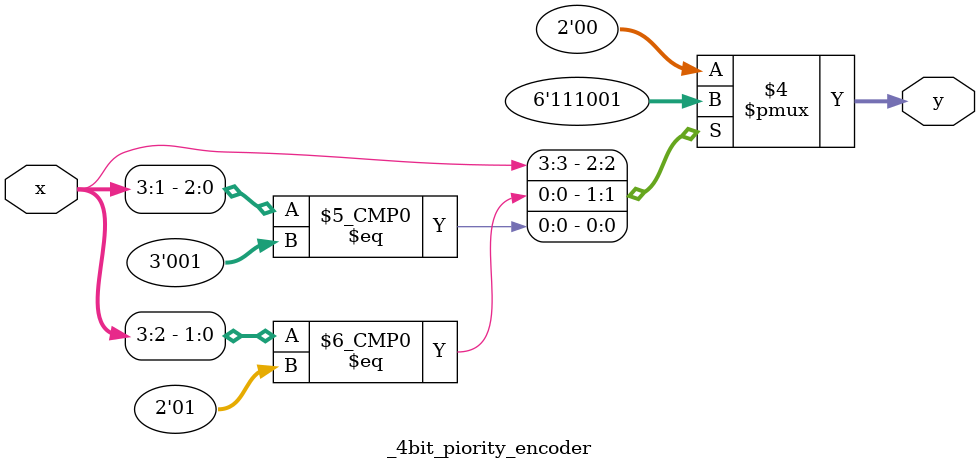
<source format=v>
module _4bit_piority_encoder (x,y);
input [3:0]x;
output reg [1:0]y;
always @(*) begin
casex(x)
4'b1xxx: y=2'b11;  // that means must be unkwon which is wrong  so i can solve it by typing casex instead of case
4'b01xx: y=2'b10;
4'b001x: y=2'b01;
default: y=2'b00;
endcase
end
initial begin
 $monitor("x=%b, y=%b",x,y);
 end
endmodule
</source>
